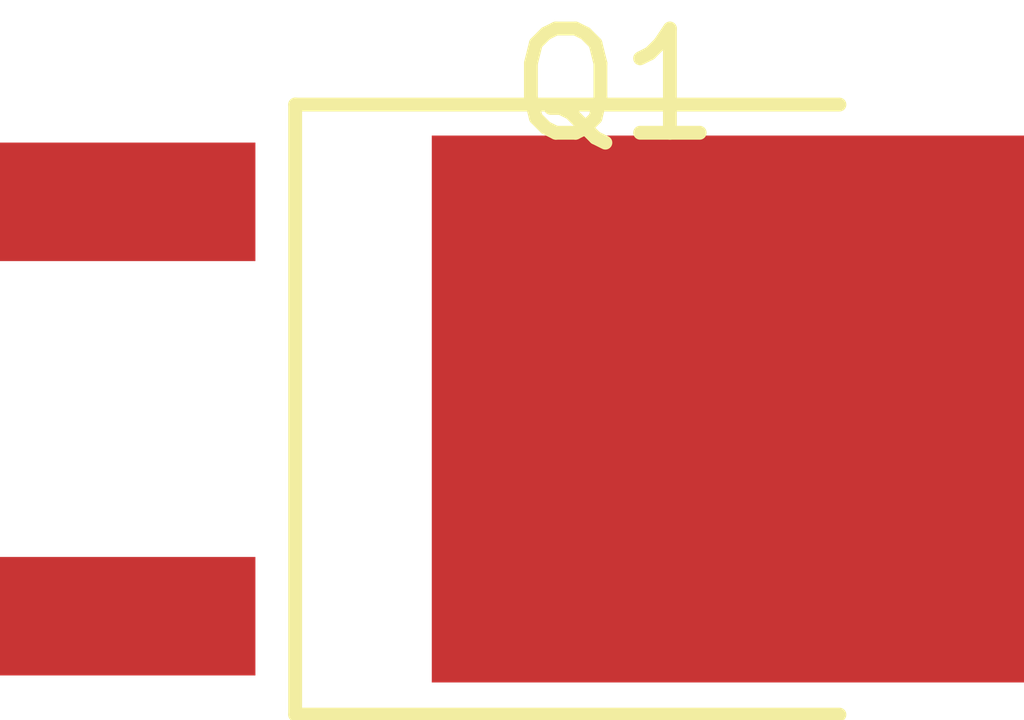
<source format=kicad_pcb>
(kicad_pcb (version 20171130) (host pcbnew "(5.1.5)-3") (page "A4") (layers (0 "F.Cu" signal) (31 "B.Cu" signal) (32 "B.Adhes" user) (33 "F.Adhes" user) (34 "B.Paste" user) (35 "F.Paste" user) (36 "B.SilkS" user) (37 "F.SilkS" user) (38 "B.Mask" user) (39 "F.Mask" user) (40 "Dwgs.User" user) (41 "Cmts.User" user) (42 "Eco1.User" user) (43 "Eco2.User" user) (44 "Edge.Cuts" user) (45 "Margin" user) (46 "B.CrtYd" user) (47 "F.CrtYd" user) (48 "B.Fab" user hide) (49 "F.Fab" user hide)) (net 0 "") (module "easyeda:TO-252-2_L6.6-W6.1-P4.57-LS9.9-TL-CW" (layer "F.Cu") (at 12.7 12.7) (attr smd) (fp_text value "TO-252-2_L6.6-W6.1-P4.57-LS9.9-TL-CW" (at 0.811 -5.33 0) (layer "F.Fab") hide (effects (font (size 1.143 1.143) (thickness 0.152)) (justify left))) (fp_text reference "Q1" (at 0.811 -3.552 0) (layer "F.SilkS") (effects (font (size 1.143 1.143) (thickness 0.152)) (justify left))) (fp_line (start -1.456 -3.34) (end -1.456 3.353) (width 0.152) (layer "F.SilkS")) (fp_line (start 4.511 3.353) (end -1.456 3.353) (width 0.152) (layer "F.SilkS")) (fp_line (start 4.511 -3.34) (end -1.456 -3.34) (width 0.152) (layer "F.SilkS")) (fp_circle (center -3.962 -2.286) (end -3.662 -2.286) (layer "Cmts.User") (width 0.6)) (pad 2 smd rect (at 3.292 0 0) (size 6.5 6) (layers "F.Cu" "F.Paste" "F.Mask")) (pad 1 smd rect (at -3.292 -2.273 0) (size 2.8 1.3) (layers "F.Cu" "F.Paste" "F.Mask")) (pad 3 smd rect (at -3.292 2.273 0) (size 2.8 1.3) (layers "F.Cu" "F.Paste" "F.Mask")) (fp_text user gge121 (at 0 0) (layer "Cmts.User") (effects (font (size 1 1) (thickness 0.15))))))
</source>
